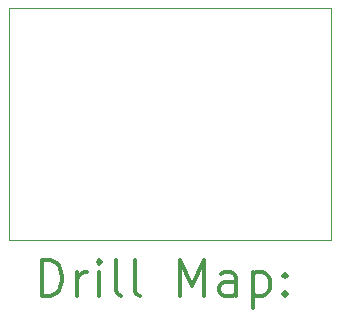
<source format=gbr>
%FSLAX45Y45*%
G04 Gerber Fmt 4.5, Leading zero omitted, Abs format (unit mm)*
G04 Created by KiCad (PCBNEW (5.1.0)-1) date 2019-06-17 22:32:15*
%MOMM*%
%LPD*%
G04 APERTURE LIST*
%ADD10C,0.120000*%
%ADD11C,0.200000*%
%ADD12C,0.300000*%
G04 APERTURE END LIST*
D10*
X2578100Y-5829300D02*
X2578100Y-3860800D01*
X5308600Y-5829300D02*
X2578100Y-5829300D01*
X5308600Y-3860800D02*
X5308600Y-5829300D01*
X2578100Y-3860800D02*
X5308600Y-3860800D01*
D11*
D12*
X2858528Y-6301014D02*
X2858528Y-6001014D01*
X2929957Y-6001014D01*
X2972814Y-6015300D01*
X3001386Y-6043871D01*
X3015671Y-6072443D01*
X3029957Y-6129586D01*
X3029957Y-6172443D01*
X3015671Y-6229586D01*
X3001386Y-6258157D01*
X2972814Y-6286729D01*
X2929957Y-6301014D01*
X2858528Y-6301014D01*
X3158528Y-6301014D02*
X3158528Y-6101014D01*
X3158528Y-6158157D02*
X3172814Y-6129586D01*
X3187100Y-6115300D01*
X3215671Y-6101014D01*
X3244243Y-6101014D01*
X3344243Y-6301014D02*
X3344243Y-6101014D01*
X3344243Y-6001014D02*
X3329957Y-6015300D01*
X3344243Y-6029586D01*
X3358528Y-6015300D01*
X3344243Y-6001014D01*
X3344243Y-6029586D01*
X3529957Y-6301014D02*
X3501386Y-6286729D01*
X3487100Y-6258157D01*
X3487100Y-6001014D01*
X3687100Y-6301014D02*
X3658528Y-6286729D01*
X3644243Y-6258157D01*
X3644243Y-6001014D01*
X4029957Y-6301014D02*
X4029957Y-6001014D01*
X4129957Y-6215300D01*
X4229957Y-6001014D01*
X4229957Y-6301014D01*
X4501386Y-6301014D02*
X4501386Y-6143871D01*
X4487100Y-6115300D01*
X4458528Y-6101014D01*
X4401386Y-6101014D01*
X4372814Y-6115300D01*
X4501386Y-6286729D02*
X4472814Y-6301014D01*
X4401386Y-6301014D01*
X4372814Y-6286729D01*
X4358528Y-6258157D01*
X4358528Y-6229586D01*
X4372814Y-6201014D01*
X4401386Y-6186729D01*
X4472814Y-6186729D01*
X4501386Y-6172443D01*
X4644243Y-6101014D02*
X4644243Y-6401014D01*
X4644243Y-6115300D02*
X4672814Y-6101014D01*
X4729957Y-6101014D01*
X4758528Y-6115300D01*
X4772814Y-6129586D01*
X4787100Y-6158157D01*
X4787100Y-6243871D01*
X4772814Y-6272443D01*
X4758528Y-6286729D01*
X4729957Y-6301014D01*
X4672814Y-6301014D01*
X4644243Y-6286729D01*
X4915671Y-6272443D02*
X4929957Y-6286729D01*
X4915671Y-6301014D01*
X4901386Y-6286729D01*
X4915671Y-6272443D01*
X4915671Y-6301014D01*
X4915671Y-6115300D02*
X4929957Y-6129586D01*
X4915671Y-6143871D01*
X4901386Y-6129586D01*
X4915671Y-6115300D01*
X4915671Y-6143871D01*
M02*

</source>
